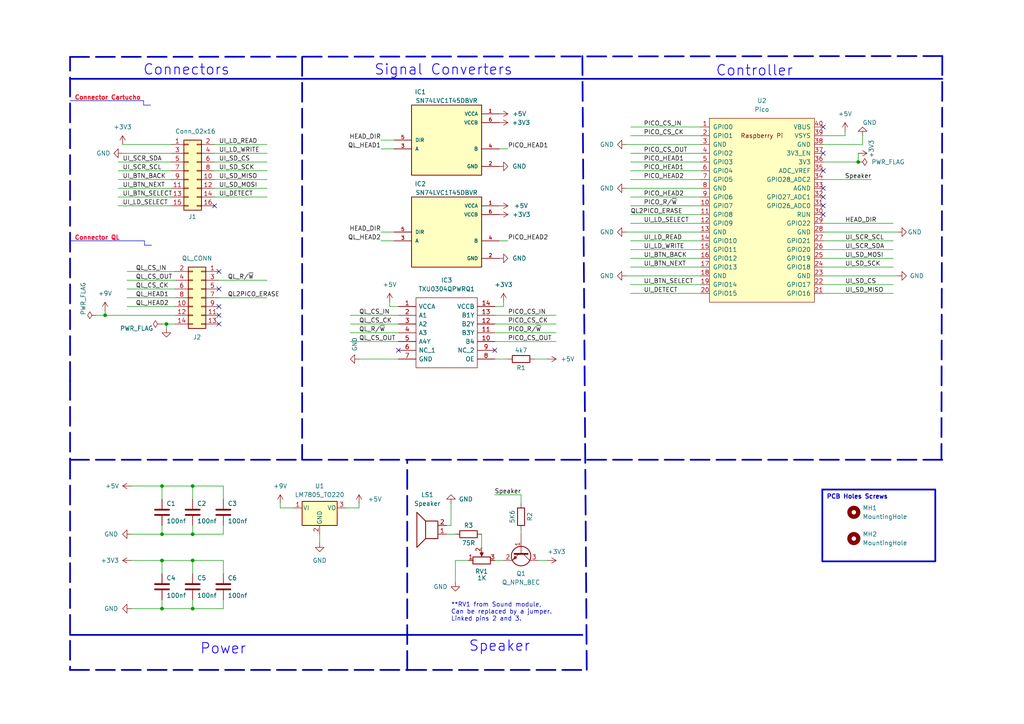
<source format=kicad_sch>
(kicad_sch (version 20230121) (generator eeschema)
  (paper "A4")
  (title_block (title "Micro Pico Drive") (date "2023-12-20") (rev "1.4.b") (comment 1 "Origial work: Dr. Gusman") (comment 2 "Modified by: Popopo") (comment 3 "Replacement for MicroDrive in Sinclair computers (QL & Spectrum)"))
  (lib_symbols
    (symbol "Connector_Generic:Conn_02x07_Odd_Even" (pin_names (offset 1.016) hide)
      (property "Reference" "J" (at 1.27 10.16 0))
      (property "Value" "Conn_02x07_Odd_Even" (at 1.27 -10.16 0))
      (symbol "Conn_02x07_Odd_Even_1_1"
        (rectangle (start -1.27 -7.493) (end 0 -7.747) (stroke (width 0.1524)))
        (rectangle (start -1.27 -4.953) (end 0 -5.207) (stroke (width 0.1524)))
        (rectangle (start -1.27 -2.413) (end 0 -2.667) (stroke (width 0.1524)))
        (rectangle (start -1.27 0.127) (end 0 -0.127) (stroke (width 0.1524)))
        (rectangle (start -1.27 2.667) (end 0 2.413) (stroke (width 0.1524)))
        (rectangle (start -1.27 5.207) (end 0 4.953) (stroke (width 0.1524)))
        (rectangle (start -1.27 7.747) (end 0 7.493) (stroke (width 0.1524)))
        (rectangle (start -1.27 8.89) (end 3.81 -8.89) (stroke (width 0.254)) (fill (type background)))
        (rectangle (start 3.81 -7.493) (end 2.54 -7.747) (stroke (width 0.1524)))
        (rectangle (start 3.81 -4.953) (end 2.54 -5.207) (stroke (width 0.1524)))
        (rectangle (start 3.81 -2.413) (end 2.54 -2.667) (stroke (width 0.1524)))
        (rectangle (start 3.81 0.127) (end 2.54 -0.127) (stroke (width 0.1524)))
        (rectangle (start 3.81 2.667) (end 2.54 2.413) (stroke (width 0.1524)))
        (rectangle (start 3.81 5.207) (end 2.54 4.953) (stroke (width 0.1524)))
        (rectangle (start 3.81 7.747) (end 2.54 7.493) (stroke (width 0.1524)))
        (pin passive line (at -5.08 7.62 0) (length 3.81) (name "Pin_1") (number "1"))
        (pin passive line (at 7.62 -2.54 180) (length 3.81) (name "Pin_10") (number "10"))
        (pin passive line (at -5.08 -5.08 0) (length 3.81) (name "Pin_11") (number "11"))
        (pin passive line (at 7.62 -5.08 180) (length 3.81) (name "Pin_12") (number "12"))
        (pin passive line (at -5.08 -7.62 0) (length 3.81) (name "Pin_13") (number "13"))
        (pin passive line (at 7.62 -7.62 180) (length 3.81) (name "Pin_14") (number "14"))
        (pin passive line (at 7.62 7.62 180) (length 3.81) (name "Pin_2") (number "2"))
        (pin passive line (at -5.08 5.08 0) (length 3.81) (name "Pin_3") (number "3"))
        (pin passive line (at 7.62 5.08 180) (length 3.81) (name "Pin_4") (number "4"))
        (pin passive line (at -5.08 2.54 0) (length 3.81) (name "Pin_5") (number "5"))
        (pin passive line (at 7.62 2.54 180) (length 3.81) (name "Pin_6") (number "6"))
        (pin passive line (at -5.08 0 0) (length 3.81) (name "Pin_7") (number "7"))
        (pin passive line (at 7.62 0 180) (length 3.81) (name "Pin_8") (number "8"))
        (pin passive line (at -5.08 -2.54 0) (length 3.81) (name "Pin_9") (number "9"))
      )
    )
    (symbol "Connector_Generic:Conn_02x08_Odd_Even" (pin_names (offset 1.016) hide)
      (property "Reference" "J" (at 1.27 10.16 0))
      (property "Value" "Conn_02x08_Odd_Even" (at 1.27 -12.7 0))
      (symbol "Conn_02x08_Odd_Even_1_1"
        (rectangle (start -1.27 -10.033) (end 0 -10.287) (stroke (width 0.1524)))
        (rectangle (start -1.27 -7.493) (end 0 -7.747) (stroke (width 0.1524)))
        (rectangle (start -1.27 -4.953) (end 0 -5.207) (stroke (width 0.1524)))
        (rectangle (start -1.27 -2.413) (end 0 -2.667) (stroke (width 0.1524)))
        (rectangle (start -1.27 0.127) (end 0 -0.127) (stroke (width 0.1524)))
        (rectangle (start -1.27 2.667) (end 0 2.413) (stroke (width 0.1524)))
        (rectangle (start -1.27 5.207) (end 0 4.953) (stroke (width 0.1524)))
        (rectangle (start -1.27 7.747) (end 0 7.493) (stroke (width 0.1524)))
        (rectangle (start -1.27 8.89) (end 3.81 -11.43) (stroke (width 0.254)) (fill (type background)))
        (rectangle (start 3.81 -10.033) (end 2.54 -10.287) (stroke (width 0.1524)))
        (rectangle (start 3.81 -7.493) (end 2.54 -7.747) (stroke (width 0.1524)))
        (rectangle (start 3.81 -4.953) (end 2.54 -5.207) (stroke (width 0.1524)))
        (rectangle (start 3.81 -2.413) (end 2.54 -2.667) (stroke (width 0.1524)))
        (rectangle (start 3.81 0.127) (end 2.54 -0.127) (stroke (width 0.1524)))
        (rectangle (start 3.81 2.667) (end 2.54 2.413) (stroke (width 0.1524)))
        (rectangle (start 3.81 5.207) (end 2.54 4.953) (stroke (width 0.1524)))
        (rectangle (start 3.81 7.747) (end 2.54 7.493) (stroke (width 0.1524)))
        (pin passive line (at -5.08 7.62 0) (length 3.81) (name "Pin_1") (number "1"))
        (pin passive line (at 7.62 -2.54 180) (length 3.81) (name "Pin_10") (number "10"))
        (pin passive line (at -5.08 -5.08 0) (length 3.81) (name "Pin_11") (number "11"))
        (pin passive line (at 7.62 -5.08 180) (length 3.81) (name "Pin_12") (number "12"))
        (pin passive line (at -5.08 -7.62 0) (length 3.81) (name "Pin_13") (number "13"))
        (pin passive line (at 7.62 -7.62 180) (length 3.81) (name "Pin_14") (number "14"))
        (pin passive line (at -5.08 -10.16 0) (length 3.81) (name "Pin_15") (number "15"))
        (pin passive line (at 7.62 -10.16 180) (length 3.81) (name "Pin_16") (number "16"))
        (pin passive line (at 7.62 7.62 180) (length 3.81) (name "Pin_2") (number "2"))
        (pin passive line (at -5.08 5.08 0) (length 3.81) (name "Pin_3") (number "3"))
        (pin passive line (at 7.62 5.08 180) (length 3.81) (name "Pin_4") (number "4"))
        (pin passive line (at -5.08 2.54 0) (length 3.81) (name "Pin_5") (number "5"))
        (pin passive line (at 7.62 2.54 180) (length 3.81) (name "Pin_6") (number "6"))
        (pin passive line (at -5.08 0 0) (length 3.81) (name "Pin_7") (number "7"))
        (pin passive line (at 7.62 0 180) (length 3.81) (name "Pin_8") (number "8"))
        (pin passive line (at -5.08 -2.54 0) (length 3.81) (name "Pin_9") (number "9"))
      )
    )
    (symbol "Device:C" (pin_numbers hide) (pin_names (offset 0.254))
      (property "Reference" "C" (at 0.635 2.54 0))
      (property "Value" "C" (at 0.635 -2.54 0))
      (symbol "C_0_1"
        (polyline (pts (xy -2.032 -0.762) (xy 2.032 -0.762)) (stroke (width 0.508)))
        (polyline (pts (xy -2.032 0.762) (xy 2.032 0.762)) (stroke (width 0.508)))
      )
      (symbol "C_1_1"
        (pin passive line (at 0 3.81 270) (length 2.794) (name "~") (number "1"))
        (pin passive line (at 0 -3.81 90) (length 2.794) (name "~") (number "2"))
      )
    )
    (symbol "Device:Q_NPN_BEC" (pin_names (offset 0) hide)
      (property "Reference" "Q" (at 5.08 1.27 0))
      (property "Value" "Q_NPN_BEC" (at 5.08 -1.27 0))
      (symbol "Q_NPN_BEC_0_1"
        (polyline (pts (xy 0.635 0.635) (xy 2.54 2.54)))
        (polyline (pts (xy 0.635 -0.635) (xy 2.54 -2.54) (xy 2.54 -2.54)))
        (polyline (pts (xy 0.635 1.905) (xy 0.635 -1.905) (xy 0.635 -1.905)) (stroke (width 0.508)))
        (polyline (pts (xy 1.27 -1.778) (xy 1.778 -1.27) (xy 2.286 -2.286) (xy 1.27 -1.778) (xy 1.27 -1.778)) (fill (type outline)))
        (circle (center 1.27 0) (radius 2.8194) (stroke (width 0.254)))
      )
      (symbol "Q_NPN_BEC_1_1"
        (pin input line (at -5.08 0 0) (length 5.715) (name "B") (number "1"))
        (pin passive line (at 2.54 -5.08 90) (length 2.54) (name "E") (number "2"))
        (pin passive line (at 2.54 5.08 270) (length 2.54) (name "C") (number "3"))
      )
    )
    (symbol "Device:R" (pin_numbers hide) (pin_names (offset 0))
      (property "Reference" "R" (at 2.032 0 90))
      (property "Value" "R" (at 0 0 90))
      (symbol "R_0_1"
        (rectangle (start -1.016 -2.54) (end 1.016 2.54) (stroke (width 0.254)))
      )
      (symbol "R_1_1"
        (pin passive line (at 0 3.81 270) (length 1.27) (name "~") (number "1"))
        (pin passive line (at 0 -3.81 90) (length 1.27) (name "~") (number "2"))
      )
    )
    (symbol "Device:R_Potentiometer" (pin_names (offset 1.016) hide)
      (property "Reference" "RV" (at -4.445 0 90))
      (property "Value" "R_Potentiometer" (at -2.54 0 90))
      (symbol "R_Potentiometer_0_1"
        (polyline (pts (xy 2.54 0) (xy 1.524 0)))
        (polyline (pts (xy 1.143 0) (xy 2.286 0.508) (xy 2.286 -0.508) (xy 1.143 0)) (fill (type outline)))
        (rectangle (start 1.016 2.54) (end -1.016 -2.54) (stroke (width 0.254)))
      )
      (symbol "R_Potentiometer_1_1"
        (pin passive line (at 0 3.81 270) (length 1.27) (name "1") (number "1"))
        (pin passive line (at 3.81 0 180) (length 1.27) (name "2") (number "2"))
        (pin passive line (at 0 -3.81 90) (length 1.27) (name "3") (number "3"))
      )
    )
    (symbol "Device:Speaker" (pin_names (offset 0) hide)
      (property "Reference" "LS" (at 1.27 5.715 0))
      (property "Value" "Speaker" (at 1.27 3.81 0))
      (symbol "Speaker_0_0"
        (rectangle (start -2.54 1.27) (end 1.016 -3.81) (stroke (width 0.254)))
        (polyline (pts (xy 1.016 1.27) (xy 3.556 3.81) (xy 3.556 -6.35) (xy 1.016 -3.81)) (stroke (width 0.254)))
      )
      (symbol "Speaker_1_1"
        (pin input line (at -5.08 0 0) (length 2.54) (name "1") (number "1"))
        (pin input line (at -5.08 -2.54 0) (length 2.54) (name "2") (number "2"))
      )
    )
    (symbol "Mechanical:MountingHole" (pin_names (offset 1.016))
      (property "Reference" "H" (at 0 5.08 0))
      (property "Value" "MountingHole" (at 0 3.175 0))
      (symbol "MountingHole_0_1"
        (circle (center 0 0) (radius 1.27) (stroke (width 1.27)))
      )
    )
    (symbol "MicroPicoDrive:RBP2020" (pin_names (offset 1.016))
      (property "Reference" "U2" (at 0 31.75 0))
      (property "Value" "Pico" (at 0 29.21 0))
      (symbol "RBP2020_0_0"
        (text "Raspberry Pi" (at 0 21.59 0) (effects (font (size 1.27 1.27))))
      )
      (symbol "RBP2020_0_1"
        (rectangle (start -15.24 26.67) (end 15.24 -26.67) (fill (type background)))
      )
      (symbol "RBP2020_1_1"
        (pin bidirectional line (at -17.78 24.13 0) (length 2.54) (name "GPIO0") (number "1"))
        (pin bidirectional line (at -17.78 1.27 0) (length 2.54) (name "GPIO7") (number "10"))
        (pin bidirectional line (at -17.78 -1.27 0) (length 2.54) (name "GPIO8") (number "11"))
        (pin bidirectional line (at -17.78 -3.81 0) (length 2.54) (name "GPIO9") (number "12"))
        (pin power_in line (at -17.78 -6.35 0) (length 2.54) (name "GND") (number "13"))
        (pin bidirectional line (at -17.78 -8.89 0) (length 2.54) (name "GPIO10") (number "14"))
        (pin bidirectional line (at -17.78 -11.43 0) (length 2.54) (name "GPIO11") (number "15"))
        (pin bidirectional line (at -17.78 -13.97 0) (length 2.54) (name "GPIO12") (number "16"))
        (pin bidirectional line (at -17.78 -16.51 0) (length 2.54) (name "GPIO13") (number "17"))
        (pin power_in line (at -17.78 -19.05 0) (length 2.54) (name "GND") (number "18"))
        (pin bidirectional line (at -17.78 -21.59 0) (length 2.54) (name "GPIO14") (number "19"))
        (pin bidirectional line (at -17.78 21.59 0) (length 2.54) (name "GPIO1") (number "2"))
        (pin bidirectional line (at -17.78 -24.13 0) (length 2.54) (name "GPIO15") (number "20"))
        (pin bidirectional line (at 17.78 -24.13 180) (length 2.54) (name "GPIO16") (number "21"))
        (pin bidirectional line (at 17.78 -21.59 180) (length 2.54) (name "GPIO17") (number "22"))
        (pin power_in line (at 17.78 -19.05 180) (length 2.54) (name "GND") (number "23"))
        (pin bidirectional line (at 17.78 -16.51 180) (length 2.54) (name "GPIO18") (number "24"))
        (pin bidirectional line (at 17.78 -13.97 180) (length 2.54) (name "GPIO19") (number "25"))
        (pin bidirectional line (at 17.78 -11.43 180) (length 2.54) (name "GPIO20") (number "26"))
        (pin bidirectional line (at 17.78 -8.89 180) (length 2.54) (name "GPIO21") (number "27"))
        (pin power_in line (at 17.78 -6.35 180) (length 2.54) (name "GND") (number "28"))
        (pin bidirectional line (at 17.78 -3.81 180) (length 2.54) (name "GPIO22") (number "29"))
        (pin power_in line (at -17.78 19.05 0) (length 2.54) (name "GND") (number "3"))
        (pin input line (at 17.78 -1.27 180) (length 2.54) (name "RUN") (number "30"))
        (pin bidirectional line (at 17.78 1.27 180) (length 2.54) (name "GPIO26_ADC0") (number "31"))
        (pin bidirectional line (at 17.78 3.81 180) (length 2.54) (name "GPIO27_ADC1") (number "32"))
        (pin power_in line (at 17.78 6.35 180) (length 2.54) (name "AGND") (number "33"))
        (pin bidirectional line (at 17.78 8.89 180) (length 2.54) (name "GPIO28_ADC2") (number "34"))
        (pin power_in line (at 17.78 11.43 180) (length 2.54) (name "ADC_VREF") (number "35"))
        (pin power_in line (at 17.78 13.97 180) (length 2.54) (name "3V3") (number "36"))
        (pin input line (at 17.78 16.51 180) (length 2.54) (name "3V3_EN") (number "37"))
        (pin power_in line (at 17.78 19.05 180) (length 2.54) (name "GND") (number "38"))
        (pin power_in line (at 17.78 21.59 180) (length 2.54) (name "VSYS") (number "39"))
        (pin bidirectional line (at -17.78 16.51 0) (length 2.54) (name "GPIO2") (number "4"))
        (pin power_in line (at 17.78 24.13 180) (length 2.54) (name "VBUS") (number "40"))
        (pin bidirectional line (at -17.78 13.97 0) (length 2.54) (name "GPIO3") (number "5"))
        (pin bidirectional line (at -17.78 11.43 0) (length 2.54) (name "GPIO4") (number "6"))
        (pin bidirectional line (at -17.78 8.89 0) (length 2.54) (name "GPIO5") (number "7"))
        (pin power_in line (at -17.78 6.35 0) (length 2.54) (name "GND") (number "8"))
        (pin bidirectional line (at -17.78 3.81 0) (length 2.54) (name "GPIO6") (number "9"))
      )
    )
    (symbol "MicroPicoDrive:SN74LVC1T45DBVR" (pin_names (offset 1.016))
      (property "Reference" "U" (at -10.16 10.922 0))
      (property "Value" "SN74LVC1T45DBVR" (at -10.16 -12.7 0))
      (symbol "SN74LVC1T45DBVR_0_0"
        (rectangle (start -10.16 -10.16) (end 10.16 10.16) (stroke (width 0.254)) (fill (type background)))
        (pin power_in line (at 15.24 7.62 180) (length 5.08) (name "VCCA") (number "1"))
        (pin power_in line (at 15.24 -7.62 180) (length 5.08) (name "GND") (number "2"))
        (pin input line (at -15.24 -2.54 0) (length 5.08) (name "A") (number "3"))
        (pin output line (at 15.24 -2.54 180) (length 5.08) (name "B") (number "4"))
        (pin input line (at -15.24 0 0) (length 5.08) (name "DIR") (number "5"))
        (pin power_in line (at 15.24 5.08 180) (length 5.08) (name "VCCB") (number "6"))
      )
    )
    (symbol "MicroPicoDrive:TXU0304QPWRQ1" (pin_names (offset 0.762))
      (property "Reference" "IC" (at 24.13 7.62 0))
      (property "Value" "TXU0304QPWRQ1" (at 24.13 5.08 0))
      (symbol "TXU0304QPWRQ1_0_0"
        (pin passive line (at 0 0 0) (length 5.08) (name "VCCA") (number "1"))
        (pin passive line (at 27.94 -10.16 180) (length 5.08) (name "B4") (number "10"))
        (pin passive line (at 27.94 -7.62 180) (length 5.08) (name "B3Y") (number "11"))
        (pin passive line (at 27.94 -5.08 180) (length 5.08) (name "B2Y") (number "12"))
        (pin passive line (at 27.94 -2.54 180) (length 5.08) (name "B1Y") (number "13"))
        (pin passive line (at 27.94 0 180) (length 5.08) (name "VCCB") (number "14"))
        (pin passive line (at 0 -2.54 0) (length 5.08) (name "A1") (number "2"))
        (pin passive line (at 0 -5.08 0) (length 5.08) (name "A2") (number "3"))
        (pin passive line (at 0 -7.62 0) (length 5.08) (name "A3") (number "4"))
        (pin passive line (at 0 -10.16 0) (length 5.08) (name "A4Y") (number "5"))
        (pin passive line (at 0 -12.7 0) (length 5.08) (name "NC_1") (number "6"))
        (pin passive line (at 0 -15.24 0) (length 5.08) (name "GND") (number "7"))
        (pin passive line (at 27.94 -15.24 180) (length 5.08) (name "OE") (number "8"))
        (pin passive line (at 27.94 -12.7 180) (length 5.08) (name "NC_2") (number "9"))
      )
      (symbol "TXU0304QPWRQ1_0_1"
        (polyline (pts (xy 5.08 2.54) (xy 22.86 2.54) (xy 22.86 -17.78) (xy 5.08 -17.78) (xy 5.08 2.54)) (stroke (width 0.1524)))
      )
    )
    (symbol "PCM_Resistor_AKL:R_0805" (pin_numbers hide) (pin_names (offset 0))
      (property "Reference" "R" (at 2.54 1.27 0))
      (property "Value" "R_0805" (at 2.54 -1.27 0))
      (symbol "R_0805_0_1"
        (rectangle (start -1.016 -2.54) (end 1.016 2.54) (stroke (width 0.254)))
      )
      (symbol "R_0805_1_1"
        (pin passive line (at 0 3.81 270) (length 1.27) (name "~") (number "1"))
        (pin passive line (at 0 -3.81 90) (length 1.27) (name "~") (number "2"))
      )
    )
    (symbol "Regulator_Linear:LM7805_TO220" (pin_names (offset 0.254))
      (property "Reference" "U" (at -3.81 3.175 0))
      (property "Value" "LM7805_TO220" (at 0 3.175 0))
      (symbol "LM7805_TO220_0_1"
        (rectangle (start -5.08 1.905) (end 5.08 -5.08) (stroke (width 0.254)) (fill (type background)))
      )
      (symbol "LM7805_TO220_1_1"
        (pin power_in line (at -7.62 0 0) (length 2.54) (name "VI") (number "1"))
        (pin power_in line (at 0 -7.62 90) (length 2.54) (name "GND") (number "2"))
        (pin power_out line (at 7.62 0 180) (length 2.54) (name "VO") (number "3"))
      )
    )
    (symbol "power:+3V3" (power) (pin_names (offset 0))
      (property "Value" "+3V3" (at 0 3.556 0))
      (symbol "+3V3_0_1"
        (polyline (pts (xy -0.762 1.27) (xy 0 2.54)))
        (polyline (pts (xy 0 0) (xy 0 2.54)))
        (polyline (pts (xy 0 2.54) (xy 0.762 1.27)))
      )
      (symbol "+3V3_1_1"
        (pin power_in line (at 0 0 90) (length 0) hide (name "+3V3") (number "1"))
      )
    )
    (symbol "power:+5V" (power) (pin_names (offset 0))
      (property "Value" "+5V" (at 0 3.556 0))
      (symbol "+5V_0_1"
        (polyline (pts (xy -0.762 1.27) (xy 0 2.54)))
        (polyline (pts (xy 0 0) (xy 0 2.54)))
        (polyline (pts (xy 0 2.54) (xy 0.762 1.27)))
      )
      (symbol "+5V_1_1"
        (pin power_in line (at 0 0 90) (length 0) hide (name "+5V") (number "1"))
      )
    )
    (symbol "power:+9V" (power) (pin_names (offset 0))
      (property "Value" "+9V" (at 0 3.556 0))
      (symbol "+9V_0_1"
        (polyline (pts (xy -0.762 1.27) (xy 0 2.54)))
        (polyline (pts (xy 0 0) (xy 0 2.54)))
        (polyline (pts (xy 0 2.54) (xy 0.762 1.27)))
      )
      (symbol "+9V_1_1"
        (pin power_in line (at 0 0 90) (length 0) hide (name "+9V") (number "1"))
      )
    )
    (symbol "power:GND" (power) (pin_names (offset 0))
      (property "Value" "GND" (at 0 -3.81 0))
      (symbol "GND_0_1"
        (polyline (pts (xy 0 0) (xy 0 -1.27) (xy 1.27 -1.27) (xy 0 -2.54) (xy -1.27 -1.27) (xy 0 -1.27)))
      )
      (symbol "GND_1_1"
        (pin power_in line (at 0 0 270) (length 0) hide (name "GND") (number "1"))
      )
    )
    (symbol "power:PWR_FLAG" (power) (pin_numbers hide) (pin_names (offset 0) hide)
      (property "Value" "PWR_FLAG" (at 0 3.81 0))
      (symbol "PWR_FLAG_0_0"
        (pin power_out line (at 0 0 90) (length 0) (name "pwr") (number "1"))
      )
      (symbol "PWR_FLAG_0_1"
        (polyline (pts (xy 0 0) (xy 0 1.27) (xy -1.016 1.905) (xy 0 2.54) (xy 1.016 1.905) (xy 0 1.27)))
      )
    )
  )
  (junction (at 46.99 176.53))
  (junction (at 55.88 176.53))
  (junction (at 46.99 140.97))
  (junction (at 248.92 46.99))
  (junction (at 46.99 154.94))
  (junction (at 30.48 91.44))
  (junction (at 46.99 162.56))
  (junction (at 55.88 162.56))
  (junction (at 55.88 154.94))
  (junction (at 48.26 93.98))
  (junction (at 55.88 140.97))
  (no_connect (at 62.23 59.69))
  (no_connect (at 238.76 44.45))
  (no_connect (at 63.5 83.82))
  (no_connect (at 63.5 78.74))
  (no_connect (at 63.5 93.98))
  (no_connect (at 63.5 91.44))
  (no_connect (at 63.5 88.9))
  (no_connect (at 115.57 101.6))
  (no_connect (at 143.51 101.6))
  (no_connect (at 238.76 57.15))
  (no_connect (at 238.76 54.61))
  (no_connect (at 238.76 59.69))
  (no_connect (at 238.76 49.53))
  (no_connect (at 238.76 62.23))
  (no_connect (at 238.76 36.83))
  (wire (pts (xy 143.51 93.98) (xy 161.29 93.98)))
  (wire (pts (xy 36.83 78.74) (xy 50.8 78.74)))
  (wire (pts (xy 63.5 86.36) (xy 77.47 86.36)))
  (wire (pts (xy 143.51 162.56) (xy 146.05 162.56)))
  (wire (pts (xy 238.76 39.37) (xy 245.11 39.37)))
  (wire (pts (xy 49.53 44.45) (xy 35.56 44.45)))
  (wire (pts (xy 64.77 166.37) (xy 64.77 162.56)))
  (polyline (pts (xy 118.11 194.31) (xy 118.11 133.35)) (stroke (width 0.5) (type dash)))
  (wire (pts (xy 34.29 54.61) (xy 49.53 54.61)))
  (wire (pts (xy 182.88 62.23) (xy 203.2 62.23)))
  (wire (pts (xy 62.23 46.99) (xy 77.47 46.99)))
  (wire (pts (xy 55.88 152.4) (xy 55.88 154.94)))
  (polyline (pts (xy 87.63 16.51) (xy 87.63 133.35)) (stroke (width 0.5) (type dash)))
  (wire (pts (xy 151.13 143.51) (xy 151.13 146.05)))
  (wire (pts (xy 238.76 72.39) (xy 259.08 72.39)))
  (wire (pts (xy 250.19 41.91) (xy 238.76 41.91)))
  (wire (pts (xy 151.13 153.67) (xy 151.13 154.94)))
  (wire (pts (xy 181.61 54.61) (xy 203.2 54.61)))
  (wire (pts (xy 101.6 99.06) (xy 115.57 99.06)))
  (wire (pts (xy 182.88 49.53) (xy 203.2 49.53)))
  (wire (pts (xy 238.76 74.93) (xy 259.08 74.93)))
  (polyline (pts (xy 20.32 16.51) (xy 273.304 16.256)) (stroke (width 0.5) (type dash)))
  (wire (pts (xy 62.23 44.45) (xy 77.47 44.45)))
  (wire (pts (xy 34.29 49.53) (xy 49.53 49.53)))
  (wire (pts (xy 238.76 69.85) (xy 259.08 69.85)))
  (wire (pts (xy 130.81 146.05) (xy 130.81 152.4)))
  (wire (pts (xy 46.99 162.56) (xy 55.88 162.56)))
  (wire (pts (xy 101.6 91.44) (xy 115.57 91.44)))
  (wire (pts (xy 182.88 64.77) (xy 203.2 64.77)))
  (wire (pts (xy 101.6 93.98) (xy 115.57 93.98)))
  (wire (pts (xy 46.99 93.98) (xy 48.26 93.98)))
  (wire (pts (xy 38.1 140.97) (xy 46.99 140.97)))
  (wire (pts (xy 63.5 81.28) (xy 77.47 81.28)))
  (wire (pts (xy 110.49 69.85) (xy 114.3 69.85)))
  (polyline (pts (xy 41.656 30.48) (xy 43.688 30.48)))
  (wire (pts (xy 182.88 52.07) (xy 203.2 52.07)))
  (polyline (pts (xy 20.574 69.85) (xy 41.91 69.85)))
  (wire (pts (xy 38.1 154.94) (xy 46.99 154.94)))
  (wire (pts (xy 144.78 43.18) (xy 147.32 43.18)))
  (wire (pts (xy 182.88 72.39) (xy 203.2 72.39)))
  (wire (pts (xy 110.49 43.18) (xy 114.3 43.18)))
  (wire (pts (xy 101.6 96.52) (xy 115.57 96.52)))
  (wire (pts (xy 110.49 40.64) (xy 114.3 40.64)))
  (wire (pts (xy 30.48 91.44) (xy 30.48 90.17)))
  (wire (pts (xy 100.33 147.32) (xy 104.14 147.32)))
  (wire (pts (xy 143.51 143.51) (xy 151.13 143.51)))
  (wire (pts (xy 110.49 67.31) (xy 114.3 67.31)))
  (polyline (pts (xy 118.11 194.31) (xy 170.18 194.31)) (stroke (width 0.5) (type dash)))
  (wire (pts (xy 144.78 69.85) (xy 147.32 69.85)))
  (polyline (pts (xy 20.32 110.49) (xy 20.32 133.35)) (stroke (width 0.5) (type dash)))
  (wire (pts (xy 250.19 39.37) (xy 250.19 41.91)))
  (wire (pts (xy 55.88 140.97) (xy 64.77 140.97)))
  (wire (pts (xy 248.92 44.45) (xy 248.92 46.99)))
  (wire (pts (xy 238.76 67.31) (xy 260.35 67.31)))
  (wire (pts (xy 238.76 52.07) (xy 252.73 52.07)))
  (wire (pts (xy 38.1 176.53) (xy 46.99 176.53)))
  (wire (pts (xy 182.88 69.85) (xy 203.2 69.85)))
  (wire (pts (xy 36.83 83.82) (xy 50.8 83.82)))
  (wire (pts (xy 115.57 88.9) (xy 113.03 88.9)))
  (polyline (pts (xy 20.32 133.35) (xy 20.32 194.31)) (stroke (width 0.5) (type dash)))
  (wire (pts (xy 27.94 91.44) (xy 30.48 91.44)))
  (polyline (pts (xy 273.304 16.256) (xy 273.05 133.35)) (stroke (width 0.5) (type dash)))
  (wire (pts (xy 85.09 147.32) (xy 81.28 147.32)))
  (wire (pts (xy 36.83 86.36) (xy 50.8 86.36)))
  (wire (pts (xy 130.81 152.4) (xy 129.54 152.4)))
  (wire (pts (xy 104.14 147.32) (xy 104.14 146.05)))
  (wire (pts (xy 139.7 154.94) (xy 139.7 158.75)))
  (wire (pts (xy 81.28 147.32) (xy 81.28 146.05)))
  (wire (pts (xy 62.23 54.61) (xy 77.47 54.61)))
  (wire (pts (xy 182.88 85.09) (xy 203.2 85.09)))
  (wire (pts (xy 113.03 88.9) (xy 113.03 87.63)))
  (polyline (pts (xy 20.32 194.31) (xy 118.11 194.31)) (stroke (width 0.5) (type dash)))
  (wire (pts (xy 182.88 74.93) (xy 203.2 74.93)))
  (wire (pts (xy 46.99 140.97) (xy 55.88 140.97)))
  (polyline (pts (xy 20.32 110.49) (xy 20.32 16.51)) (stroke (width 0.5) (type dash)))
  (wire (pts (xy 55.88 173.99) (xy 55.88 176.53)))
  (wire (pts (xy 238.76 80.01) (xy 260.35 80.01)))
  (wire (pts (xy 129.54 154.94) (xy 132.08 154.94)))
  (wire (pts (xy 46.99 173.99) (xy 46.99 176.53)))
  (wire (pts (xy 238.76 82.55) (xy 259.08 82.55)))
  (wire (pts (xy 38.1 162.56) (xy 46.99 162.56)))
  (polyline (pts (xy 168.91 16.256) (xy 170.18 194.31)) (stroke (width 0.5) (type dash)))
  (wire (pts (xy 46.99 162.56) (xy 46.99 166.37)))
  (wire (pts (xy 146.05 88.9) (xy 146.05 87.63)))
  (wire (pts (xy 55.88 140.97) (xy 55.88 144.78)))
  (wire (pts (xy 55.88 162.56) (xy 64.77 162.56)))
  (wire (pts (xy 245.11 39.37) (xy 245.11 38.1)))
  (wire (pts (xy 46.99 154.94) (xy 55.88 154.94)))
  (wire (pts (xy 182.88 39.37) (xy 203.2 39.37)))
  (wire (pts (xy 238.76 77.47) (xy 259.08 77.47)))
  (wire (pts (xy 115.57 104.14) (xy 104.14 104.14)))
  (wire (pts (xy 62.23 57.15) (xy 77.47 57.15)))
  (wire (pts (xy 55.88 162.56) (xy 55.88 166.37)))
  (wire (pts (xy 64.77 144.78) (xy 64.77 140.97)))
  (wire (pts (xy 46.99 152.4) (xy 46.99 154.94)))
  (wire (pts (xy 34.29 59.69) (xy 49.53 59.69)))
  (wire (pts (xy 156.21 162.56) (xy 158.75 162.56)))
  (wire (pts (xy 62.23 52.07) (xy 77.47 52.07)))
  (wire (pts (xy 143.51 96.52) (xy 161.29 96.52)))
  (wire (pts (xy 30.48 91.44) (xy 50.8 91.44)))
  (polyline (pts (xy 20.32 22.86) (xy 273.304 22.86)) (stroke (width 0.5) (type solid)))
  (wire (pts (xy 143.51 104.14) (xy 147.32 104.14)))
  (wire (pts (xy 46.99 176.53) (xy 55.88 176.53)))
  (wire (pts (xy 181.61 41.91) (xy 203.2 41.91)))
  (polyline (pts (xy 41.91 71.12) (xy 43.942 71.12)))
  (wire (pts (xy 132.08 168.91) (xy 132.08 162.56)))
  (polyline (pts (xy 20.32 184.15) (xy 168.91 184.15)) (stroke (width 0.5) (type solid)))
  (wire (pts (xy 132.08 162.56) (xy 135.89 162.56)))
  (polyline (pts (xy 20.32 29.21) (xy 41.656 29.21)))
  (wire (pts (xy 143.51 91.44) (xy 161.29 91.44)))
  (wire (pts (xy 55.88 154.94) (xy 64.77 154.94)))
  (wire (pts (xy 62.23 49.53) (xy 77.47 49.53)))
  (wire (pts (xy 36.83 88.9) (xy 50.8 88.9)))
  (wire (pts (xy 62.23 41.91) (xy 77.47 41.91)))
  (wire (pts (xy 238.76 64.77) (xy 259.08 64.77)))
  (wire (pts (xy 238.76 85.09) (xy 259.08 85.09)))
  (wire (pts (xy 182.88 36.83) (xy 203.2 36.83)))
  (wire (pts (xy 35.56 41.91) (xy 49.53 41.91)))
  (wire (pts (xy 46.99 140.97) (xy 46.99 144.78)))
  (wire (pts (xy 181.61 67.31) (xy 203.2 67.31)))
  (wire (pts (xy 64.77 173.99) (xy 64.77 176.53)))
  (wire (pts (xy 34.29 46.99) (xy 49.53 46.99)))
  (wire (pts (xy 182.88 46.99) (xy 203.2 46.99)))
  (wire (pts (xy 55.88 176.53) (xy 64.77 176.53)))
  (wire (pts (xy 34.29 52.07) (xy 49.53 52.07)))
  (wire (pts (xy 48.26 93.98) (xy 50.8 93.98)))
  (polyline (pts (xy 41.656 29.21) (xy 41.656 30.48)))
  (wire (pts (xy 238.76 46.99) (xy 248.92 46.99)))
  (wire (pts (xy 143.51 88.9) (xy 146.05 88.9)))
  (wire (pts (xy 182.88 44.45) (xy 203.2 44.45)))
  (wire (pts (xy 64.77 152.4) (xy 64.77 154.94)))
  (wire (pts (xy 34.29 57.15) (xy 49.53 57.15)))
  (wire (pts (xy 182.88 77.47) (xy 203.2 77.47)))
  (wire (pts (xy 182.88 57.15) (xy 203.2 57.15)))
  (wire (pts (xy 36.83 81.28) (xy 50.8 81.28)))
  (wire (pts (xy 92.71 154.94) (xy 92.71 157.48)))
  (polyline (pts (xy 41.91 69.85) (xy 41.91 71.12)))
  (polyline (pts (xy 273.304 133.35) (xy 20.32 133.35)) (stroke (width 0.5) (type dash)))
  (wire (pts (xy 181.61 80.01) (xy 203.2 80.01)))
  (wire (pts (xy 48.26 93.98) (xy 48.26 95.25)))
  (wire (pts (xy 182.88 59.69) (xy 203.2 59.69)))
  (wire (pts (xy 154.94 104.14) (xy 158.75 104.14)))
  (wire (pts (xy 143.51 99.06) (xy 161.29 99.06)))
  (wire (pts (xy 182.88 82.55) (xy 203.2 82.55)))
  (text_box "PCB Holes Screws" (at 238.506 141.986 0) (size 32.766 20.828) (stroke (width 0.5)) (effects (font (size 1.27 1.27) bold) (justify left top)))
  (text "Connector QL" (at 21.59 69.85 0) (effects (font (size 1.27 1.27) bold) (justify left bottom)))
  (text "Controller" (at 207.518 22.352 0) (effects (font (size 3 3) (thickness 0.254) bold) (justify left bottom)))
  (text "Power\n" (at 57.912 189.992 0) (effects (font (size 3 3) (thickness 0.254) bold) (justify left bottom)))
  (text "Connector Cartucho" (at 21.59 29.21 0) (effects (font (size 1.27 1.27) bold) (justify left bottom)))
  (text "Speaker" (at 135.89 189.23 0) (effects (font (size 3 3) (thickness 0.254) bold) (justify left bottom)))
  (text "Connectors" (at 41.402 22.098 0) (effects (font (size 3 3) (thickness 0.254) bold) (justify left bottom)))
  (text "Signal Converters" (at 108.458 22.098 0) (effects (font (size 3 3) (thickness 0.254) bold) (justify left bottom)))
  (text "**RV1 from Sound module,\nCan be replaced by a jumper.\nLinked pins 2 and 3." (at 130.81 180.34 0) (effects (font (size 1.27 1.27)) (justify left bottom)))
  (label "UI_SD_MISO" (at 245.11 85.09 0))
  (label "Speaker" (at 252.73 52.07 180))
  (label "UI_BTN_BACK" (at 186.69 74.93 0))
  (label "PICO_HEAD1" (at 186.69 49.53 0))
  (label "QL_CS_IN" (at 39.37 78.74 0))
  (label "PICO_HEAD1" (at 147.32 43.18 0))
  (label "HEAD_DIR" (at 110.49 67.31 180))
  (label "PICO_CS_OUT" (at 186.69 44.45 0))
  (label "HEAD_DIR" (at 245.11 64.77 0))
  (label "HEAD_DIR" (at 110.49 40.64 180))
  (label "UI_BTN_NEXT" (at 186.69 77.47 0))
  (label "PICO_CS_IN" (at 147.32 91.44 0))
  (label "UI_LD_READ" (at 63.5 41.91 0))
  (label "QL_CS_CK" (at 39.37 83.82 0))
  (label "UI_SD_SCK" (at 63.5 49.53 0))
  (label "PICO_HEAD2" (at 186.69 57.15 0))
  (label "UI_SD_CS" (at 245.11 82.55 0))
  (label "UI_SD_MOSI" (at 245.11 74.93 0))
  (label "PICO_CS_CK" (at 186.69 39.37 0))
  (label "UI_BTN_SELECT" (at 186.69 82.55 0))
  (label "Speaker" (at 151.13 143.51 180))
  (label "QL_HEAD2" (at 110.49 69.85 180))
  (label "PICO_R{slash}~{W}" (at 147.32 96.52 0))
  (label "QL_CS_OUT" (at 104.14 99.06 0))
  (label "PICO_CS_IN" (at 186.69 36.83 0))
  (label "UI_SCR_SDA" (at 35.56 46.99 0))
  (label "PICO_HEAD1" (at 186.69 46.99 0))
  (label "QL_CS_IN" (at 104.14 91.44 0))
  (label "UI_SD_SCK" (at 245.11 77.47 0))
  (label "PICO_R{slash}~{W}" (at 186.69 59.69 0))
  (label "UI_SD_CS" (at 63.5 46.99 0))
  (label "PICO_HEAD2" (at 147.32 69.85 0))
  (label "UI_LD_SELECT" (at 186.69 64.77 0))
  (label "QL_CS_CK" (at 104.14 93.98 0))
  (label "QL_R{slash}~{W}" (at 66.04 81.28 0))
  (label "QL2PICO_ERASE" (at 66.04 86.36 0))
  (label "QL_HEAD1" (at 110.49 43.18 180))
  (label "QL_HEAD1" (at 39.37 86.36 0))
  (label "UI_SD_MOSI" (at 63.5 54.61 0))
  (label "UI_BTN_BACK" (at 35.56 52.07 0))
  (label "PICO_CS_OUT" (at 147.32 99.06 0))
  (label "UI_DETECT" (at 186.69 85.09 0))
  (label "QL2PICO_ERASE" (at 182.88 62.23 0))
  (label "QL_HEAD2" (at 39.37 88.9 0))
  (label "UI_BTN_NEXT" (at 35.56 54.61 0))
  (label "UI_SCR_SDA" (at 245.11 72.39 0))
  (label "UI_SCR_SCL" (at 35.56 49.53 0))
  (label "UI_LD_WRITE" (at 63.5 44.45 0))
  (label "QL_CS_OUT" (at 39.37 81.28 0))
  (label "QL_R{slash}~{W}" (at 104.14 96.52 0))
  (label "UI_LD_SELECT" (at 35.56 59.69 0))
  (label "UI_LD_WRITE" (at 186.69 72.39 0))
  (label "UI_LD_READ" (at 186.69 69.85 0))
  (label "UI_SD_MISO" (at 63.5 52.07 0))
  (label "UI_SCR_SCL" (at 245.11 69.85 0))
  (label "PICO_CS_CK" (at 147.32 93.98 0))
  (label "UI_DETECT" (at 63.5 57.15 0))
  (label "UI_BTN_SELECT" (at 35.56 57.15 0))
  (label "PICO_HEAD2" (at 186.69 52.07 0))
  (symbol (lib_id "power:GND") (at 181.61 80.01 270) (mirror x) (unit 1)
    (property "Reference" "#PWR016" (effects hide))
    (property "Value" "GND" (at 173.99 80.01 90) (effects (justify left)))
  )
  (symbol (lib_id "power:GND") (at 130.81 146.05 0) (mirror x) (unit 1)
    (property "Reference" "#PWR029" (effects hide))
    (property "Value" "GND" (at 137.16 144.78 0) (effects (justify right)))
  )
  (symbol (lib_id "power:GND") (at 260.35 80.01 90) (mirror x) (unit 1)
    (property "Reference" "#PWR017" (effects hide))
    (property "Value" "GND" (at 267.97 80.01 90) (effects (justify left)))
  )
  (symbol (lib_id "power:GND") (at 260.35 67.31 90) (mirror x) (unit 1)
    (property "Reference" "#PWR014" (effects hide))
    (property "Value" "GND" (at 267.335 67.31 90) (effects (justify left)))
  )
  (symbol (lib_id "Device:C") (at 46.99 170.18 0) (unit 1)
    (property "Reference" "C4" (at 48.26 167.64 0) (effects (justify left)))
    (property "Value" "100nf" (at 48.26 172.72 0) (effects (justify left)))
    (property "Footprint" "Capacitor_SMD:C_0603_1608Metric" (effects hide))
  )
  (symbol (lib_id "power:GND") (at 38.1 176.53 270) (mirror x) (unit 1)
    (property "Reference" "#PWR032" (effects hide))
    (property "Value" "GND" (at 34.29 176.53 90) (effects (justify right)))
  )
  (symbol (lib_id "Device:C") (at 46.99 148.59 0) (unit 1)
    (property "Reference" "C1" (at 48.26 146.05 0) (effects (justify left)))
    (property "Value" "100nf" (at 48.26 151.13 0) (effects (justify left)))
    (property "Footprint" "Capacitor_SMD:C_0603_1608Metric" (effects hide))
  )
  (symbol (lib_id "power:+5V") (at 104.14 146.05 0) (unit 1)
    (property "Reference" "#PWR027" (effects hide))
    (property "Value" "+5V" (at 106.68 144.7799 0) (effects (justify left)))
  )
  (symbol (lib_id "power:+3V3") (at 144.78 62.23 270) (unit 1)
    (property "Reference" "#PWR012" (effects hide))
    (property "Value" "+3V3" (at 148.59 62.23 90) (effects (justify left)))
  )
  (symbol (lib_id "Connector_Generic:Conn_02x07_Odd_Even") (at 58.42 86.36 0) (mirror y) (unit 1)
    (property "Reference" "J2" (at 57.15 97.79 0))
    (property "Value" "QL_CONN" (at 57.15 74.93 0))
    (property "Footprint" "MicroPicoDrive_Driver:CONN_IDC_2x7" (effects hide))
  )
  (symbol (lib_id "Device:Speaker") (at 124.46 154.94 180) (unit 1)
    (property "Reference" "LS1" (at 123.952 143.51 0))
    (property "Value" "Speaker" (at 123.952 146.05 0))
    (property "Footprint" "Connector_PinHeader_2.54mm:PinHeader_1x02_P2.54mm_Horizontal" (effects hide))
  )
  (symbol (lib_id "Device:C") (at 55.88 170.18 0) (unit 1)
    (property "Reference" "C5" (at 57.15 167.64 0) (effects (justify left)))
    (property "Value" "100nf" (at 57.15 172.72 0) (effects (justify left)))
    (property "Footprint" "Capacitor_SMD:C_0603_1608Metric" (effects hide))
  )
  (symbol (lib_id "power:GND") (at 48.26 95.25 0) (unit 1)
    (property "Reference" "#PWR021" (effects hide))
    (property "Value" "GND" (effects hide))
  )
  (symbol (lib_id "power:+3V3") (at 146.05 87.63 0) (unit 1)
    (property "Reference" "#PWR019" (effects hide))
    (property "Value" "+3V3" (at 146.05 82.55 0))
  )
  (symbol (lib_id "power:+5V") (at 38.1 140.97 90) (unit 1)
    (property "Reference" "#PWR025" (effects hide))
    (property "Value" "+5V" (at 30.48 140.97 90) (effects (justify right)))
  )
  (symbol (lib_id "power:+5V") (at 158.75 104.14 270) (unit 1)
    (property "Reference" "#PWR023" (effects hide))
    (property "Value" "+5V" (at 162.56 104.14 90) (effects (justify left)))
  )
  (symbol (lib_id "power:+5V") (at 113.03 87.63 0) (unit 1)
    (property "Reference" "#PWR018" (effects hide))
    (property "Value" "+5V" (at 113.03 82.55 0))
  )
  (symbol (lib_id "Connector_Generic:Conn_02x08_Odd_Even") (at 54.61 49.53 0) (unit 1)
    (property "Reference" "J1" (at 54.61 62.865 0) (effects (justify left)))
    (property "Value" "Conn_02x16" (at 50.8 38.1 0) (effects (justify left)))
    (property "Footprint" "MicroPicoDrive_Driver:Edge_connector_02x08" (effects hide))
  )
  (symbol (lib_id "Device:C") (at 64.77 148.59 0) (unit 1)
    (property "Reference" "C3" (at 66.04 146.05 0) (effects (justify left)))
    (property "Value" "100nf" (at 66.04 151.13 0) (effects (justify left)))
    (property "Footprint" "Capacitor_SMD:C_0603_1608Metric" (effects hide))
  )
  (symbol (lib_id "Regulator_Linear:LM7805_TO220") (at 92.71 147.32 0) (unit 1)
    (property "Reference" "U1" (at 92.71 140.97 0))
    (property "Value" "LM7805_TO220" (at 92.71 143.51 0))
    (property "Footprint" "Package_TO_SOT_THT:TO-220-3_Vertical" (effects hide))
    (property "Datasheet" "https://www.onsemi.cn/PowerSolutions/document/MC7800-D.PDF" (effects hide))
  )
  (symbol (lib_id "power:GND") (at 104.14 104.14 270) (mirror x) (unit 1)
    (property "Reference" "#PWR022" (effects hide))
    (property "Value" "GND" (at 102.87 97.79 0) (effects (justify right)))
  )
  (symbol (lib_id "power:+3V3") (at 144.78 35.56 270) (unit 1)
    (property "Reference" "#PWR02" (effects hide))
    (property "Value" "+3V3" (at 151.13 35.56 90))
  )
  (symbol (lib_id "power:GND") (at 132.08 168.91 0) (mirror y) (unit 1)
    (property "Reference" "#PWR033" (effects hide))
    (property "Value" "GND" (at 125.73 170.18 0) (effects (justify right)))
  )
  (symbol (lib_id "Device:C") (at 64.77 170.18 0) (unit 1)
    (property "Reference" "C6" (at 66.04 167.64 0) (effects (justify left)))
    (property "Value" "100nf" (at 66.04 172.72 0) (effects (justify left)))
    (property "Footprint" "Capacitor_SMD:C_0603_1608Metric" (effects hide))
  )
  (symbol (lib_id "power:+3V3") (at 38.1 162.56 90) (unit 1)
    (property "Reference" "#PWR031" (effects hide))
    (property "Value" "+3V3" (at 29.21 162.56 90) (effects (justify right)))
  )
  (symbol (lib_id "PCM_Resistor_AKL:R_0805") (at 135.89 154.94 270) (unit 1)
    (property "Reference" "R3" (at 135.89 152.4 90))
    (property "Value" "75R" (at 135.89 157.48 90))
    (property "Footprint" "Resistor_SMD:R_0805_2012Metric_Pad1.20x1.40mm_HandSolder" (effects hide))
  )
  (symbol (lib_id "power:+5V") (at 144.78 33.02 270) (unit 1)
    (property "Reference" "#PWR01" (effects hide))
    (property "Value" "+5V" (at 148.59 33.02 90) (effects (justify left)))
  )
  (symbol (lib_id "Device:R") (at 151.13 104.14 90) (unit 1)
    (property "Reference" "R1" (at 151.13 106.68 90))
    (property "Value" "4k7" (at 151.13 101.6 90))
    (property "Footprint" "Resistor_SMD:R_0603_1608Metric" (effects hide))
  )
  (symbol (lib_id "power:+3V3") (at 35.56 41.91 0) (unit 1)
    (property "Reference" "#PWR05" (effects hide))
    (property "Value" "+3V3" (at 35.56 36.83 0))
  )
  (symbol (lib_id "MicroPicoDrive:SN74LVC1T45DBVR") (at 129.54 67.31 0) (unit 1)
    (property "Reference" "IC2" (at 121.92 53.34 0))
    (property "Value" "SN74LVC1T45DBVR" (at 129.54 55.88 0))
    (property "Footprint" "MicroPicoDrive_Driver:SOT95P280X145-6N" (effects hide))
    (property "Datasheet" "https://componentsearchengine.com/Datasheets/2/SN74LVC1T45DBVR.pdf" (effects hide))
    (property "Description" "\nSingle-Bit Dual-Supply Bus Transceiver with Configurable Voltage-Level Shifting and 3-State Outputs\n" (effects hide))
    (property "Height" "1.45" (effects hide))
    (property "Mouser Part Number" "595-SN74LVC1T45DBVR" (effects hide))
    (property "Mouser Price/Stock" "https://www.mouser.co.uk/ProductDetail/Texas-Instruments/SN74LVC1T45DBVR?qs=pajgIaoyDUhg6sKXdsM%2Fvg%3D%3D" (effects hide))
    (property "Manufacturer_Name" "Texas Instruments" (effects hide))
    (property "Manufacturer_Part_Number" "SN74LVC1T45DBVR" (effects hide))
    (property "MF" "Texas Instruments" (effects hide))
    (property "DESCRIPTION" "Single-Bit Dual-Supply Bus Transceiver with Configurable Voltage-Level Shifting and 3-State Outputs" (effects hide))
    (property "PACKAGE" "SOT-23-6 Texas Instruments" (effects hide))
    (property "PRICE" "None" (effects hide))
    (property "Package" "SOT-23-6 Texas Instruments" (effects hide))
    (property "Check_prices" "https://www.snapeda.com/parts/SN74LVC1T45DBVR/Texas+Instruments/view-part/?ref=eda" (effects hide))
    (property "Price" "None" (effects hide))
    (property "SnapEDA_Link" "https://www.snapeda.com/parts/SN74LVC1T45DBVR/Texas+Instruments/view-part/?ref=snap" (effects hide))
    (property "MP" "SN74LVC1T45DBVR" (effects hide))
    (property "Purchase-URL" "https://www.snapeda.com/api/url_track_click_mouser/?unipart_id=106485&manufacturer=Texas Instruments&part_name=SN74LVC1T45DBVR&search_term=sn74lvc1t45dbvr" (effects hide))
    (property "Availability" "In Stock" (effects hide))
    (property "AVAILABILITY" "In Stock" (effects hide))
    (property "PURCHASE-URL" "https://pricing.snapeda.com/search/part/SN74LVC1T45DBVR/?ref=eda" (effects hide))
  )
  (symbol (lib_id "power:GND") (at 38.1 154.94 270) (mirror x) (unit 1)
    (property "Reference" "#PWR028" (effects hide))
    (property "Value" "GND" (at 34.29 154.94 90) (effects (justify right)))
  )
  (symbol (lib_id "power:+9V") (at 30.48 90.17 0) (unit 1)
    (property "Reference" "#PWR020" (effects hide))
    (property "Value" "+9V" (at 30.48 85.09 0))
  )
  (symbol (lib_id "power:+3V3") (at 248.92 44.45 270) (unit 1)
    (property "Reference" "#PWR09" (effects hide))
    (property "Value" "+3V3" (at 252.73 43.18 0))
  )
  (symbol (lib_id "MicroPicoDrive:TXU0304QPWRQ1") (at 115.57 88.9 0) (unit 1)
    (property "Reference" "IC3" (at 129.54 81.28 0))
    (property "Value" "TXU0304QPWRQ1" (at 129.54 83.82 0))
    (property "Footprint" "MicroPicoDrive_Driver:TXU0304QPWRQ1" (effects hide))
    (property "Datasheet" "https://www.ti.com/lit/ds/symlink/txu0304-q1.pdf" (effects hide))
    (property "Description" "TXU0304QPWRQ1" (effects hide))
    (property "Height" "1.2" (effects hide))
    (property "Mouser Part Number" "595-TXU0304QPWRQ1" (effects hide))
    (property "Mouser Price/Stock" "https://www.mouser.co.uk/ProductDetail/Texas-Instruments/TXU0304QPWRQ1?qs=QNEnbhJQKvZXfjMNvwmKIA%3D%3D" (effects hide))
    (property "Manufacturer_Name" "Texas Instruments" (effects hide))
    (property "Manufacturer_Part_Number" "TXU0304QPWRQ1" (effects hide))
  )
  (symbol (lib_id "power:+3V3") (at 158.75 162.56 270) (unit 1)
    (property "Reference" "#PWR034" (effects hide))
    (property "Value" "+3V3" (at 158.75 160.02 90) (effects (justify left)))
  )
  (symbol (lib_id "power:GND") (at 250.19 39.37 0) (mirror x) (unit 1)
    (property "Reference" "#PWR04" (effects hide))
    (property "Value" "GND" (at 250.19 35.56 0) (effects (justify left)))
  )
  (symbol (lib_id "power:GND") (at 92.71 157.48 0) (unit 1)
    (property "Reference" "#PWR030" (effects hide))
    (property "Value" "GND" (at 92.71 162.56 0))
  )
  (symbol (lib_id "MicroPicoDrive:SN74LVC1T45DBVR") (at 129.54 40.64 0) (unit 1)
    (property "Reference" "IC1" (at 121.92 26.67 0))
    (property "Value" "SN74LVC1T45DBVR" (at 129.54 29.21 0))
    (property "Footprint" "MicroPicoDrive_Driver:SOT95P280X145-6N" (effects hide))
    (property "Datasheet" "https://componentsearchengine.com/Datasheets/2/SN74LVC1T45DBVR.pdf" (effects hide))
    (property "Description" "\nSingle-Bit Dual-Supply Bus Transceiver with Configurable Voltage-Level Shifting and 3-State Outputs\n" (effects hide))
    (property "Height" "1.45" (effects hide))
    (property "Mouser Part Number" "595-SN74LVC1T45DBVR" (effects hide))
    (property "Mouser Price/Stock" "https://www.mouser.co.uk/ProductDetail/Texas-Instruments/SN74LVC1T45DBVR?qs=pajgIaoyDUhg6sKXdsM%2Fvg%3D%3D" (effects hide))
    (property "Manufacturer_Name" "Texas Instruments" (effects hide))
    (property "Manufacturer_Part_Number" "SN74LVC1T45DBVR" (effects hide))
    (property "MF" "Texas Instruments" (effects hide))
    (property "DESCRIPTION" "Single-Bit Dual-Supply Bus Transceiver with Configurable Voltage-Level Shifting and 3-State Outputs" (effects hide))
    (property "PACKAGE" "SOT-23-6 Texas Instruments" (effects hide))
    (property "PRICE" "None" (effects hide))
    (property "Package" "SOT-23-6 Texas Instruments" (effects hide))
    (property "Check_prices" "https://www.snapeda.com/parts/SN74LVC1T45DBVR/Texas+Instruments/view-part/?ref=eda" (effects hide))
    (property "Price" "None" (effects hide))
    (property "SnapEDA_Link" "https://www.snapeda.com/parts/SN74LVC1T45DBVR/Texas+Instruments/view-part/?ref=snap" (effects hide))
    (property "MP" "SN74LVC1T45DBVR" (effects hide))
    (property "Purchase-URL" "https://www.snapeda.com/api/url_track_click_mouser/?unipart_id=106485&manufacturer=Texas Instruments&part_name=SN74LVC1T45DBVR&search_term=sn74lvc1t45dbvr" (effects hide))
    (property "Availability" "In Stock" (effects hide))
    (property "AVAILABILITY" "In Stock" (effects hide))
    (property "PURCHASE-URL" "https://pricing.snapeda.com/search/part/SN74LVC1T45DBVR/?ref=eda" (effects hide))
  )
  (symbol (lib_id "power:GND") (at 181.61 54.61 270) (mirror x) (unit 1)
    (property "Reference" "#PWR010" (effects hide))
    (property "Value" "GND" (at 173.99 54.61 90) (effects (justify left)))
  )
  (symbol (lib_id "MicroPicoDrive:RBP2020") (at 220.98 60.96 0) (unit 1)
    (property "Reference" "U2" (at 220.98 29.21 0))
    (property "Value" "Pico" (at 220.98 31.75 0))
    (property "Footprint" "MicroPicoDrive_Driver:RPi_Pico_SMD_TH" (effects hide))
  )
  (symbol (lib_id "Device:R") (at 151.13 149.86 180) (unit 1)
    (property "Reference" "R2" (at 153.67 149.86 90))
    (property "Value" "5K6" (at 148.59 149.86 90))
    (property "Footprint" "Resistor_SMD:R_0603_1608Metric" (effects hide))
  )
  (symbol (lib_id "Device:R_Potentiometer") (at 139.7 162.56 90) (unit 1)
    (property "Reference" "RV1" (at 137.795 165.735 90) (effects (justify right)))
    (property "Value" "1K" (at 138.43 167.64 90) (effects (justify right)))
    (property "Footprint" "PCM_Potentiometer_THT_AKL_Double:Potentiometer_Bourns_3296W_Vertical" (effects hide))
  )
  (symbol (lib_id "Device:C") (at 55.88 148.59 0) (unit 1)
    (property "Reference" "C2" (at 57.15 146.05 0) (effects (justify left)))
    (property "Value" "100nf" (at 57.15 151.13 0) (effects (justify left)))
    (property "Footprint" "Capacitor_SMD:C_0603_1608Metric" (effects hide))
  )
  (symbol (lib_id "power:PWR_FLAG") (at 27.94 91.44 90) (unit 1)
    (property "Reference" "#FLG02" (effects hide))
    (property "Value" "PWR_FLAG" (at 24.13 91.4399 0) (effects (justify left)))
  )
  (symbol (lib_id "power:GND") (at 144.78 74.93 90) (unit 1)
    (property "Reference" "#PWR015" (effects hide))
    (property "Value" "GND" (at 148.59 74.93 90) (effects (justify right)))
  )
  (symbol (lib_id "power:GND") (at 144.78 48.26 90) (unit 1)
    (property "Reference" "#PWR08" (effects hide))
    (property "Value" "GND" (at 148.59 48.26 90) (effects (justify right)))
  )
  (symbol (lib_id "power:+9V") (at 81.28 146.05 0) (unit 1)
    (property "Reference" "#PWR026" (effects hide))
    (property "Value" "+9V" (at 81.28 140.97 0))
  )
  (symbol (lib_id "power:GND") (at 181.61 41.91 270) (mirror x) (unit 1)
    (property "Reference" "#PWR06" (effects hide))
    (property "Value" "GND" (at 173.99 41.91 90) (effects (justify left)))
  )
  (symbol (lib_id "Mechanical:MountingHole") (at 247.65 148.59 0) (unit 1)
    (property "Reference" "MH1" (at 250.19 147.32 0) (effects (justify left)))
    (property "Value" "MountingHole" (at 250.19 149.86 0) (effects (justify left)))
    (property "Footprint" "MountingHole:MountingHole_3.5mm" (effects hide))
  )
  (symbol (lib_id "power:PWR_FLAG") (at 248.92 46.99 270) (unit 1)
    (property "Reference" "#FLG01" (effects hide))
    (property "Value" "PWR_FLAG" (at 252.73 46.9899 90) (effects (justify left)))
  )
  (symbol (lib_id "power:+5V") (at 245.11 38.1 0) (unit 1)
    (property "Reference" "#PWR03" (effects hide))
    (property "Value" "+5V" (at 245.11 33.02 0))
  )
  (symbol (lib_id "Device:Q_NPN_BEC") (at 151.13 160.02 270) (unit 1)
    (property "Reference" "Q1" (at 151.13 166.37 90))
    (property "Value" "Q_NPN_BEC" (at 151.13 168.91 90))
    (property "Footprint" "PCM_Package_TO_SOT_SMD_AKL:SOT-23_Handsoldering" (effects hide))
  )
  (symbol (lib_id "power:PWR_FLAG") (at 46.99 93.98 90) (unit 1)
    (property "Reference" "#FLG03" (effects hide))
    (property "Value" "PWR_FLAG" (at 44.45 95.25 90) (effects (justify left)))
  )
  (symbol (lib_id "Mechanical:MountingHole") (at 247.65 156.21 0) (unit 1)
    (property "Reference" "MH2" (at 250.19 154.94 0) (effects (justify left)))
    (property "Value" "MountingHole" (at 250.19 157.48 0) (effects (justify left)))
    (property "Footprint" "MountingHole:MountingHole_3.5mm" (effects hide))
  )
  (symbol (lib_id "power:GND") (at 35.56 44.45 270) (mirror x) (unit 1)
    (property "Reference" "#PWR07" (effects hide))
    (property "Value" "GND" (at 27.94 44.45 90) (effects (justify left)))
  )
  (symbol (lib_id "power:GND") (at 181.61 67.31 270) (mirror x) (unit 1)
    (property "Reference" "#PWR013" (effects hide))
    (property "Value" "GND" (at 173.99 67.31 90) (effects (justify left)))
  )
  (symbol (lib_id "power:+5V") (at 144.78 59.69 270) (unit 1)
    (property "Reference" "#PWR011" (effects hide))
    (property "Value" "+5V" (at 151.13 59.69 90))
  )
)
</source>
